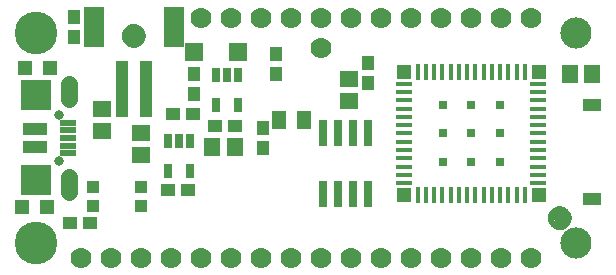
<source format=gbr>
G04 EAGLE Gerber RS-274X export*
G75*
%MOMM*%
%FSLAX34Y34*%
%LPD*%
%INSoldermask Top*%
%IPPOS*%
%AMOC8*
5,1,8,0,0,1.08239X$1,22.5*%
G01*
%ADD10C,2.641600*%
%ADD11R,1.601600X1.341600*%
%ADD12R,1.201600X1.101600*%
%ADD13R,1.341600X1.601600*%
%ADD14R,1.301600X1.301600*%
%ADD15R,1.101600X1.201600*%
%ADD16C,1.101600*%
%ADD17C,0.500000*%
%ADD18C,3.617600*%
%ADD19C,0.801600*%
%ADD20R,2.601600X2.601600*%
%ADD21C,1.409600*%
%ADD22R,2.101600X1.101600*%
%ADD23R,1.450000X0.500000*%
%ADD24R,0.651600X1.301600*%
%ADD25R,1.501600X1.501600*%
%ADD26C,1.778000*%
%ADD27R,1.101600X4.701600*%
%ADD28R,1.701600X3.501600*%
%ADD29R,1.251600X1.251600*%
%ADD30R,0.451600X1.351600*%
%ADD31R,1.351600X0.451600*%
%ADD32R,0.801600X0.801600*%
%ADD33R,1.001600X1.001600*%
%ADD34R,0.701600X2.301600*%
%ADD35R,1.301600X1.601600*%
%ADD36R,1.601600X1.101600*%


D10*
X482600Y203200D03*
X482600Y25400D03*
D11*
X80880Y120090D03*
X80880Y139090D03*
D12*
X193664Y124630D03*
X176664Y124630D03*
D13*
X193304Y106530D03*
X174304Y106530D03*
D14*
X15950Y173590D03*
X36950Y173590D03*
D15*
X57150Y216780D03*
X57150Y199780D03*
D16*
X107950Y200660D03*
D17*
X115450Y200660D02*
X115448Y200841D01*
X115441Y201022D01*
X115430Y201203D01*
X115415Y201384D01*
X115395Y201564D01*
X115371Y201744D01*
X115343Y201923D01*
X115310Y202101D01*
X115273Y202278D01*
X115232Y202455D01*
X115187Y202630D01*
X115137Y202805D01*
X115083Y202978D01*
X115025Y203149D01*
X114963Y203320D01*
X114896Y203488D01*
X114826Y203655D01*
X114752Y203821D01*
X114673Y203984D01*
X114591Y204145D01*
X114505Y204305D01*
X114415Y204462D01*
X114321Y204617D01*
X114224Y204770D01*
X114122Y204920D01*
X114018Y205068D01*
X113909Y205214D01*
X113798Y205356D01*
X113682Y205496D01*
X113564Y205633D01*
X113442Y205768D01*
X113317Y205899D01*
X113189Y206027D01*
X113058Y206152D01*
X112923Y206274D01*
X112786Y206392D01*
X112646Y206508D01*
X112504Y206619D01*
X112358Y206728D01*
X112210Y206832D01*
X112060Y206934D01*
X111907Y207031D01*
X111752Y207125D01*
X111595Y207215D01*
X111435Y207301D01*
X111274Y207383D01*
X111111Y207462D01*
X110945Y207536D01*
X110778Y207606D01*
X110610Y207673D01*
X110439Y207735D01*
X110268Y207793D01*
X110095Y207847D01*
X109920Y207897D01*
X109745Y207942D01*
X109568Y207983D01*
X109391Y208020D01*
X109213Y208053D01*
X109034Y208081D01*
X108854Y208105D01*
X108674Y208125D01*
X108493Y208140D01*
X108312Y208151D01*
X108131Y208158D01*
X107950Y208160D01*
X115450Y200660D02*
X115448Y200479D01*
X115441Y200298D01*
X115430Y200117D01*
X115415Y199936D01*
X115395Y199756D01*
X115371Y199576D01*
X115343Y199397D01*
X115310Y199219D01*
X115273Y199042D01*
X115232Y198865D01*
X115187Y198690D01*
X115137Y198515D01*
X115083Y198342D01*
X115025Y198171D01*
X114963Y198000D01*
X114896Y197832D01*
X114826Y197665D01*
X114752Y197499D01*
X114673Y197336D01*
X114591Y197175D01*
X114505Y197015D01*
X114415Y196858D01*
X114321Y196703D01*
X114224Y196550D01*
X114122Y196400D01*
X114018Y196252D01*
X113909Y196106D01*
X113798Y195964D01*
X113682Y195824D01*
X113564Y195687D01*
X113442Y195552D01*
X113317Y195421D01*
X113189Y195293D01*
X113058Y195168D01*
X112923Y195046D01*
X112786Y194928D01*
X112646Y194812D01*
X112504Y194701D01*
X112358Y194592D01*
X112210Y194488D01*
X112060Y194386D01*
X111907Y194289D01*
X111752Y194195D01*
X111595Y194105D01*
X111435Y194019D01*
X111274Y193937D01*
X111111Y193858D01*
X110945Y193784D01*
X110778Y193714D01*
X110610Y193647D01*
X110439Y193585D01*
X110268Y193527D01*
X110095Y193473D01*
X109920Y193423D01*
X109745Y193378D01*
X109568Y193337D01*
X109391Y193300D01*
X109213Y193267D01*
X109034Y193239D01*
X108854Y193215D01*
X108674Y193195D01*
X108493Y193180D01*
X108312Y193169D01*
X108131Y193162D01*
X107950Y193160D01*
X107769Y193162D01*
X107588Y193169D01*
X107407Y193180D01*
X107226Y193195D01*
X107046Y193215D01*
X106866Y193239D01*
X106687Y193267D01*
X106509Y193300D01*
X106332Y193337D01*
X106155Y193378D01*
X105980Y193423D01*
X105805Y193473D01*
X105632Y193527D01*
X105461Y193585D01*
X105290Y193647D01*
X105122Y193714D01*
X104955Y193784D01*
X104789Y193858D01*
X104626Y193937D01*
X104465Y194019D01*
X104305Y194105D01*
X104148Y194195D01*
X103993Y194289D01*
X103840Y194386D01*
X103690Y194488D01*
X103542Y194592D01*
X103396Y194701D01*
X103254Y194812D01*
X103114Y194928D01*
X102977Y195046D01*
X102842Y195168D01*
X102711Y195293D01*
X102583Y195421D01*
X102458Y195552D01*
X102336Y195687D01*
X102218Y195824D01*
X102102Y195964D01*
X101991Y196106D01*
X101882Y196252D01*
X101778Y196400D01*
X101676Y196550D01*
X101579Y196703D01*
X101485Y196858D01*
X101395Y197015D01*
X101309Y197175D01*
X101227Y197336D01*
X101148Y197499D01*
X101074Y197665D01*
X101004Y197832D01*
X100937Y198000D01*
X100875Y198171D01*
X100817Y198342D01*
X100763Y198515D01*
X100713Y198690D01*
X100668Y198865D01*
X100627Y199042D01*
X100590Y199219D01*
X100557Y199397D01*
X100529Y199576D01*
X100505Y199756D01*
X100485Y199936D01*
X100470Y200117D01*
X100459Y200298D01*
X100452Y200479D01*
X100450Y200660D01*
X100452Y200841D01*
X100459Y201022D01*
X100470Y201203D01*
X100485Y201384D01*
X100505Y201564D01*
X100529Y201744D01*
X100557Y201923D01*
X100590Y202101D01*
X100627Y202278D01*
X100668Y202455D01*
X100713Y202630D01*
X100763Y202805D01*
X100817Y202978D01*
X100875Y203149D01*
X100937Y203320D01*
X101004Y203488D01*
X101074Y203655D01*
X101148Y203821D01*
X101227Y203984D01*
X101309Y204145D01*
X101395Y204305D01*
X101485Y204462D01*
X101579Y204617D01*
X101676Y204770D01*
X101778Y204920D01*
X101882Y205068D01*
X101991Y205214D01*
X102102Y205356D01*
X102218Y205496D01*
X102336Y205633D01*
X102458Y205768D01*
X102583Y205899D01*
X102711Y206027D01*
X102842Y206152D01*
X102977Y206274D01*
X103114Y206392D01*
X103254Y206508D01*
X103396Y206619D01*
X103542Y206728D01*
X103690Y206832D01*
X103840Y206934D01*
X103993Y207031D01*
X104148Y207125D01*
X104305Y207215D01*
X104465Y207301D01*
X104626Y207383D01*
X104789Y207462D01*
X104955Y207536D01*
X105122Y207606D01*
X105290Y207673D01*
X105461Y207735D01*
X105632Y207793D01*
X105805Y207847D01*
X105980Y207897D01*
X106155Y207942D01*
X106332Y207983D01*
X106509Y208020D01*
X106687Y208053D01*
X106866Y208081D01*
X107046Y208105D01*
X107226Y208125D01*
X107407Y208140D01*
X107588Y208151D01*
X107769Y208158D01*
X107950Y208160D01*
D16*
X468594Y46298D03*
D17*
X476094Y46298D02*
X476092Y46479D01*
X476085Y46660D01*
X476074Y46841D01*
X476059Y47022D01*
X476039Y47202D01*
X476015Y47382D01*
X475987Y47561D01*
X475954Y47739D01*
X475917Y47916D01*
X475876Y48093D01*
X475831Y48268D01*
X475781Y48443D01*
X475727Y48616D01*
X475669Y48787D01*
X475607Y48958D01*
X475540Y49126D01*
X475470Y49293D01*
X475396Y49459D01*
X475317Y49622D01*
X475235Y49783D01*
X475149Y49943D01*
X475059Y50100D01*
X474965Y50255D01*
X474868Y50408D01*
X474766Y50558D01*
X474662Y50706D01*
X474553Y50852D01*
X474442Y50994D01*
X474326Y51134D01*
X474208Y51271D01*
X474086Y51406D01*
X473961Y51537D01*
X473833Y51665D01*
X473702Y51790D01*
X473567Y51912D01*
X473430Y52030D01*
X473290Y52146D01*
X473148Y52257D01*
X473002Y52366D01*
X472854Y52470D01*
X472704Y52572D01*
X472551Y52669D01*
X472396Y52763D01*
X472239Y52853D01*
X472079Y52939D01*
X471918Y53021D01*
X471755Y53100D01*
X471589Y53174D01*
X471422Y53244D01*
X471254Y53311D01*
X471083Y53373D01*
X470912Y53431D01*
X470739Y53485D01*
X470564Y53535D01*
X470389Y53580D01*
X470212Y53621D01*
X470035Y53658D01*
X469857Y53691D01*
X469678Y53719D01*
X469498Y53743D01*
X469318Y53763D01*
X469137Y53778D01*
X468956Y53789D01*
X468775Y53796D01*
X468594Y53798D01*
X476094Y46298D02*
X476092Y46117D01*
X476085Y45936D01*
X476074Y45755D01*
X476059Y45574D01*
X476039Y45394D01*
X476015Y45214D01*
X475987Y45035D01*
X475954Y44857D01*
X475917Y44680D01*
X475876Y44503D01*
X475831Y44328D01*
X475781Y44153D01*
X475727Y43980D01*
X475669Y43809D01*
X475607Y43638D01*
X475540Y43470D01*
X475470Y43303D01*
X475396Y43137D01*
X475317Y42974D01*
X475235Y42813D01*
X475149Y42653D01*
X475059Y42496D01*
X474965Y42341D01*
X474868Y42188D01*
X474766Y42038D01*
X474662Y41890D01*
X474553Y41744D01*
X474442Y41602D01*
X474326Y41462D01*
X474208Y41325D01*
X474086Y41190D01*
X473961Y41059D01*
X473833Y40931D01*
X473702Y40806D01*
X473567Y40684D01*
X473430Y40566D01*
X473290Y40450D01*
X473148Y40339D01*
X473002Y40230D01*
X472854Y40126D01*
X472704Y40024D01*
X472551Y39927D01*
X472396Y39833D01*
X472239Y39743D01*
X472079Y39657D01*
X471918Y39575D01*
X471755Y39496D01*
X471589Y39422D01*
X471422Y39352D01*
X471254Y39285D01*
X471083Y39223D01*
X470912Y39165D01*
X470739Y39111D01*
X470564Y39061D01*
X470389Y39016D01*
X470212Y38975D01*
X470035Y38938D01*
X469857Y38905D01*
X469678Y38877D01*
X469498Y38853D01*
X469318Y38833D01*
X469137Y38818D01*
X468956Y38807D01*
X468775Y38800D01*
X468594Y38798D01*
X468413Y38800D01*
X468232Y38807D01*
X468051Y38818D01*
X467870Y38833D01*
X467690Y38853D01*
X467510Y38877D01*
X467331Y38905D01*
X467153Y38938D01*
X466976Y38975D01*
X466799Y39016D01*
X466624Y39061D01*
X466449Y39111D01*
X466276Y39165D01*
X466105Y39223D01*
X465934Y39285D01*
X465766Y39352D01*
X465599Y39422D01*
X465433Y39496D01*
X465270Y39575D01*
X465109Y39657D01*
X464949Y39743D01*
X464792Y39833D01*
X464637Y39927D01*
X464484Y40024D01*
X464334Y40126D01*
X464186Y40230D01*
X464040Y40339D01*
X463898Y40450D01*
X463758Y40566D01*
X463621Y40684D01*
X463486Y40806D01*
X463355Y40931D01*
X463227Y41059D01*
X463102Y41190D01*
X462980Y41325D01*
X462862Y41462D01*
X462746Y41602D01*
X462635Y41744D01*
X462526Y41890D01*
X462422Y42038D01*
X462320Y42188D01*
X462223Y42341D01*
X462129Y42496D01*
X462039Y42653D01*
X461953Y42813D01*
X461871Y42974D01*
X461792Y43137D01*
X461718Y43303D01*
X461648Y43470D01*
X461581Y43638D01*
X461519Y43809D01*
X461461Y43980D01*
X461407Y44153D01*
X461357Y44328D01*
X461312Y44503D01*
X461271Y44680D01*
X461234Y44857D01*
X461201Y45035D01*
X461173Y45214D01*
X461149Y45394D01*
X461129Y45574D01*
X461114Y45755D01*
X461103Y45936D01*
X461096Y46117D01*
X461094Y46298D01*
X461096Y46479D01*
X461103Y46660D01*
X461114Y46841D01*
X461129Y47022D01*
X461149Y47202D01*
X461173Y47382D01*
X461201Y47561D01*
X461234Y47739D01*
X461271Y47916D01*
X461312Y48093D01*
X461357Y48268D01*
X461407Y48443D01*
X461461Y48616D01*
X461519Y48787D01*
X461581Y48958D01*
X461648Y49126D01*
X461718Y49293D01*
X461792Y49459D01*
X461871Y49622D01*
X461953Y49783D01*
X462039Y49943D01*
X462129Y50100D01*
X462223Y50255D01*
X462320Y50408D01*
X462422Y50558D01*
X462526Y50706D01*
X462635Y50852D01*
X462746Y50994D01*
X462862Y51134D01*
X462980Y51271D01*
X463102Y51406D01*
X463227Y51537D01*
X463355Y51665D01*
X463486Y51790D01*
X463621Y51912D01*
X463758Y52030D01*
X463898Y52146D01*
X464040Y52257D01*
X464186Y52366D01*
X464334Y52470D01*
X464484Y52572D01*
X464637Y52669D01*
X464792Y52763D01*
X464949Y52853D01*
X465109Y52939D01*
X465270Y53021D01*
X465433Y53100D01*
X465599Y53174D01*
X465766Y53244D01*
X465934Y53311D01*
X466105Y53373D01*
X466276Y53431D01*
X466449Y53485D01*
X466624Y53535D01*
X466799Y53580D01*
X466976Y53621D01*
X467153Y53658D01*
X467331Y53691D01*
X467510Y53719D01*
X467690Y53743D01*
X467870Y53763D01*
X468051Y53778D01*
X468232Y53789D01*
X468413Y53796D01*
X468594Y53798D01*
D18*
X25400Y203200D03*
X25400Y25400D03*
D19*
X44450Y133800D03*
X44450Y94800D03*
D20*
X25450Y78300D03*
X25450Y150300D03*
D21*
X53450Y147300D02*
X53450Y160380D01*
X53450Y81300D02*
X53450Y68220D01*
D22*
X24450Y121800D03*
X24450Y106800D03*
D23*
X52200Y127300D03*
X52200Y120800D03*
X52200Y114300D03*
X52200Y107800D03*
X52200Y101300D03*
D24*
X196190Y167941D03*
X186690Y167941D03*
X177190Y167941D03*
X177190Y141939D03*
X196190Y141939D03*
D25*
X196300Y186690D03*
X159300Y186690D03*
D26*
X444500Y12700D03*
X419100Y12700D03*
X393700Y12700D03*
X368300Y12700D03*
X342900Y12700D03*
X317500Y12700D03*
X292100Y12700D03*
X266700Y12700D03*
X241300Y12700D03*
X215900Y12700D03*
X190500Y12700D03*
X165100Y12700D03*
X139700Y12700D03*
X114300Y12700D03*
X88900Y12700D03*
X63500Y12700D03*
D27*
X97950Y156040D03*
X117950Y156040D03*
D28*
X73950Y208040D03*
X141950Y208040D03*
D26*
X165100Y215900D03*
X190500Y215900D03*
X215900Y215900D03*
X241300Y215900D03*
X266700Y215900D03*
X292100Y215900D03*
X317500Y215900D03*
X342900Y215900D03*
X368300Y215900D03*
X393700Y215900D03*
X419100Y215900D03*
X444500Y215900D03*
D24*
X155550Y112061D03*
X146050Y112061D03*
X136550Y112061D03*
X136550Y86059D03*
X155550Y86059D03*
D14*
X34630Y55880D03*
X13630Y55880D03*
D12*
X53730Y41910D03*
X70730Y41910D03*
D11*
X114300Y118720D03*
X114300Y99720D03*
D12*
X153788Y69850D03*
X136788Y69850D03*
D15*
X158750Y168520D03*
X158750Y151520D03*
D12*
X158360Y134620D03*
X141360Y134620D03*
D15*
X217170Y122800D03*
X217170Y105800D03*
D29*
X450950Y65860D03*
D30*
X348200Y66235D03*
X355200Y66235D03*
X362200Y66235D03*
X369200Y66235D03*
X376200Y66235D03*
X383200Y66235D03*
X390200Y66235D03*
X397200Y66235D03*
X404200Y66235D03*
X411200Y66235D03*
X418200Y66235D03*
X425200Y66235D03*
X432200Y66235D03*
X439200Y66235D03*
D31*
X450450Y76110D03*
X450450Y83110D03*
X450450Y90110D03*
X450450Y97110D03*
X450450Y104110D03*
X450450Y111110D03*
X450450Y118110D03*
X450450Y125110D03*
X450450Y132110D03*
X450450Y139110D03*
X450450Y146110D03*
X450450Y153110D03*
X450450Y160110D03*
D29*
X450950Y170360D03*
X336450Y170360D03*
X336450Y65860D03*
D30*
X439200Y169985D03*
X432200Y169985D03*
X425200Y169985D03*
X418200Y169985D03*
X411200Y169985D03*
X404200Y169985D03*
X397200Y169985D03*
X390200Y169985D03*
X383200Y169985D03*
X376200Y169985D03*
X369200Y169985D03*
X362200Y169985D03*
X355200Y169985D03*
X348200Y169985D03*
D31*
X336950Y160110D03*
X336950Y153110D03*
X336950Y146110D03*
X336950Y139110D03*
X336950Y132110D03*
X336950Y125110D03*
X336950Y118110D03*
X336950Y111110D03*
X336950Y104110D03*
X336950Y97110D03*
X336950Y90110D03*
X336950Y83110D03*
X336950Y76110D03*
D32*
X369700Y94110D03*
X393700Y94110D03*
X417700Y94110D03*
X369700Y118110D03*
X393700Y118110D03*
X417700Y118110D03*
X369700Y142110D03*
X393700Y142110D03*
X417700Y142110D03*
D33*
X73480Y56770D03*
X73480Y72770D03*
X114480Y72770D03*
X114480Y56770D03*
D34*
X293624Y118710D03*
X293624Y66710D03*
X306324Y118710D03*
X280924Y118710D03*
X268224Y118710D03*
X306324Y66710D03*
X280924Y66710D03*
X268224Y66710D03*
D35*
X230800Y129540D03*
X251800Y129540D03*
D13*
X476910Y168148D03*
X495910Y168148D03*
D11*
X290576Y145440D03*
X290576Y164440D03*
D26*
X266700Y190500D03*
D15*
X306578Y177918D03*
X306578Y160918D03*
D36*
X495808Y62616D03*
X495808Y142616D03*
D15*
X228600Y185284D03*
X228600Y168284D03*
M02*

</source>
